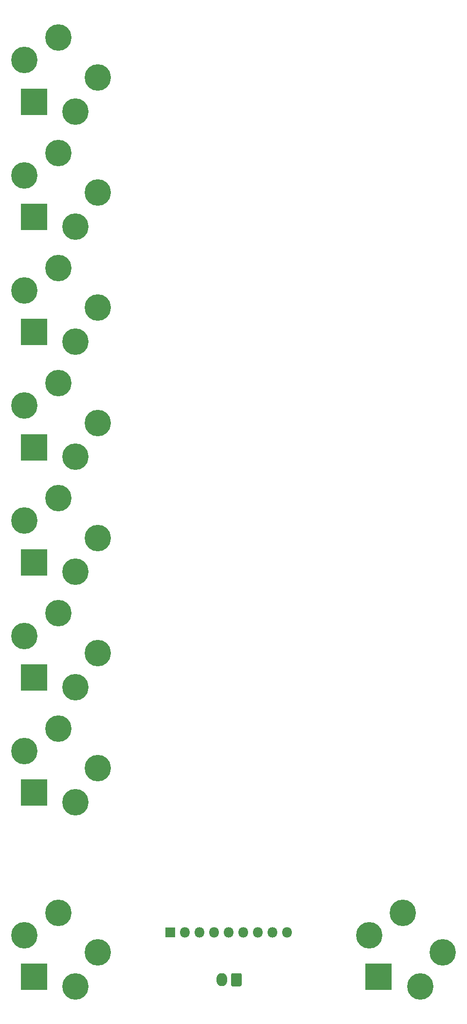
<source format=gbr>
%TF.GenerationSoftware,KiCad,Pcbnew,5.1.6-c6e7f7d~87~ubuntu20.04.1*%
%TF.CreationDate,2020-10-29T23:20:03-04:00*%
%TF.ProjectId,waveshaper-aux,77617665-7368-4617-9065-722d6175782e,rev?*%
%TF.SameCoordinates,Original*%
%TF.FileFunction,Soldermask,Top*%
%TF.FilePolarity,Negative*%
%FSLAX46Y46*%
G04 Gerber Fmt 4.6, Leading zero omitted, Abs format (unit mm)*
G04 Created by KiCad (PCBNEW 5.1.6-c6e7f7d~87~ubuntu20.04.1) date 2020-10-29 23:20:03*
%MOMM*%
%LPD*%
G01*
G04 APERTURE LIST*
%ADD10O,1.840000X2.300000*%
%ADD11O,1.800000X1.800000*%
%ADD12R,1.800000X1.800000*%
%ADD13C,4.600001*%
%ADD14C,4.600000*%
%ADD15R,4.600001X4.600001*%
G04 APERTURE END LIST*
%TO.C,J12*%
G36*
G01*
X242420000Y-185364367D02*
X242420000Y-187135633D01*
G75*
G02*
X242155633Y-187400000I-264367J0D01*
G01*
X240844367Y-187400000D01*
G75*
G02*
X240580000Y-187135633I0J264367D01*
G01*
X240580000Y-185364367D01*
G75*
G02*
X240844367Y-185100000I264367J0D01*
G01*
X242155633Y-185100000D01*
G75*
G02*
X242420000Y-185364367I0J-264367D01*
G01*
G37*
D10*
X238960000Y-186250000D03*
%TD*%
D11*
%TO.C,J14*%
X250320000Y-178000000D03*
X247780000Y-178000000D03*
X245240000Y-178000000D03*
X242700000Y-178000000D03*
X240160000Y-178000000D03*
X237620000Y-178000000D03*
X235080000Y-178000000D03*
X232540000Y-178000000D03*
D12*
X230000000Y-178000000D03*
%TD*%
D13*
%TO.C,J9*%
X213500000Y-155400000D03*
D14*
X204600000Y-146500000D03*
D13*
X217400000Y-149500000D03*
D15*
X206260000Y-153740000D03*
D14*
X210500000Y-142600000D03*
%TD*%
D13*
%TO.C,J8*%
X213500000Y-135400000D03*
D14*
X204600000Y-126500000D03*
D13*
X217400000Y-129500000D03*
D15*
X206260000Y-133740000D03*
D14*
X210500000Y-122600000D03*
%TD*%
D13*
%TO.C,J7*%
X213500000Y-115400000D03*
D14*
X204600000Y-106500000D03*
D13*
X217400000Y-109500000D03*
D15*
X206260000Y-113740000D03*
D14*
X210500000Y-102600000D03*
%TD*%
D13*
%TO.C,J6*%
X213500000Y-95400000D03*
D14*
X204600000Y-86500000D03*
D13*
X217400000Y-89500000D03*
D15*
X206260000Y-93740000D03*
D14*
X210500000Y-82600000D03*
%TD*%
D13*
%TO.C,J5*%
X213500000Y-75400000D03*
D14*
X204600000Y-66500000D03*
D13*
X217400000Y-69500000D03*
D15*
X206260000Y-73740000D03*
D14*
X210500000Y-62600000D03*
%TD*%
D13*
%TO.C,J4*%
X213500000Y-55400000D03*
D14*
X204600000Y-46500000D03*
D13*
X217400000Y-49500000D03*
D15*
X206260000Y-53740000D03*
D14*
X210500000Y-42600000D03*
%TD*%
D13*
%TO.C,J3*%
X213500000Y-35400000D03*
D14*
X204600000Y-26500000D03*
D13*
X217400000Y-29500000D03*
D15*
X206260000Y-33740000D03*
D14*
X210500000Y-22600000D03*
%TD*%
D13*
%TO.C,J2*%
X273500000Y-187400000D03*
D14*
X264600000Y-178500000D03*
D13*
X277400000Y-181500000D03*
D15*
X266260000Y-185740000D03*
D14*
X270500000Y-174600000D03*
%TD*%
D13*
%TO.C,J1*%
X213500000Y-187400000D03*
D14*
X204600000Y-178500000D03*
D13*
X217400000Y-181500000D03*
D15*
X206260000Y-185740000D03*
D14*
X210500000Y-174600000D03*
%TD*%
M02*

</source>
